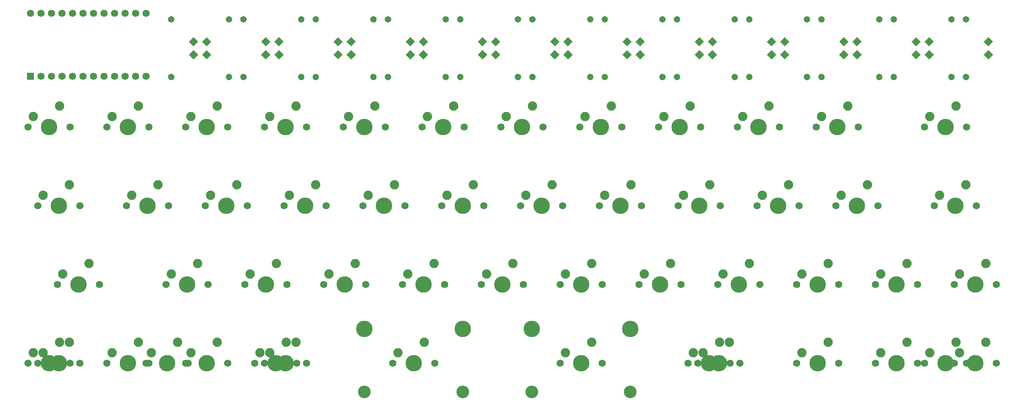
<source format=gbs>
G04 #@! TF.GenerationSoftware,KiCad,Pcbnew,5.1.7*
G04 #@! TF.CreationDate,2020-11-29T13:06:50+02:00*
G04 #@! TF.ProjectId,PM THT Van,504d2054-4854-4205-9661-6e2e6b696361,rev?*
G04 #@! TF.SameCoordinates,Original*
G04 #@! TF.FileFunction,Soldermask,Bot*
G04 #@! TF.FilePolarity,Negative*
%FSLAX46Y46*%
G04 Gerber Fmt 4.6, Leading zero omitted, Abs format (unit mm)*
G04 Created by KiCad (PCBNEW 5.1.7) date 2020-11-29 13:06:50*
%MOMM*%
%LPD*%
G01*
G04 APERTURE LIST*
%ADD10C,2.250000*%
%ADD11C,3.987800*%
%ADD12C,1.750000*%
%ADD13C,3.048000*%
%ADD14C,0.100000*%
%ADD15C,1.752600*%
%ADD16R,1.752600X1.752600*%
G04 APERTURE END LIST*
D10*
G04 #@! TO.C,SW19*
X139065000Y-125095000D03*
D11*
X136525000Y-130175000D03*
D10*
X132715000Y-127635000D03*
D12*
X131445000Y-130175000D03*
X141605000Y-130175000D03*
D13*
X124618750Y-137160000D03*
X148431250Y-137160000D03*
D11*
X124618750Y-121920000D03*
X148431250Y-121920000D03*
G04 #@! TD*
D10*
G04 #@! TO.C,SW26*
X179546000Y-125095000D03*
D11*
X177006000Y-130175000D03*
D10*
X173196000Y-127635000D03*
D12*
X171926000Y-130175000D03*
X182086000Y-130175000D03*
D13*
X165099750Y-137160000D03*
X188912250Y-137160000D03*
D11*
X165099750Y-121920000D03*
X188912250Y-121920000D03*
G04 #@! TD*
D10*
G04 #@! TO.C,SW46*
X267652000Y-67945000D03*
D11*
X265112000Y-73025000D03*
D10*
X261302000Y-70485000D03*
D12*
X260032000Y-73025000D03*
X270192000Y-73025000D03*
G04 #@! TD*
D10*
G04 #@! TO.C,SW40*
X267652000Y-125095000D03*
D11*
X265112000Y-130175000D03*
D10*
X261302000Y-127635000D03*
D12*
X260032000Y-130175000D03*
X270192000Y-130175000D03*
G04 #@! TD*
D10*
G04 #@! TO.C,SW3*
X58102500Y-106045000D03*
D11*
X55562500Y-111125000D03*
D10*
X51752500Y-108585000D03*
D12*
X50482500Y-111125000D03*
X60642500Y-111125000D03*
G04 #@! TD*
D10*
G04 #@! TO.C,SW47*
X270034000Y-86995000D03*
D11*
X267494000Y-92075000D03*
D10*
X263684000Y-89535000D03*
D12*
X262414000Y-92075000D03*
X272574000Y-92075000D03*
G04 #@! TD*
D10*
G04 #@! TO.C,SW35*
X236696000Y-125095000D03*
D11*
X234156000Y-130175000D03*
D10*
X230346000Y-127635000D03*
D12*
X229076000Y-130175000D03*
X239236000Y-130175000D03*
G04 #@! TD*
D10*
G04 #@! TO.C,SW31*
X212884000Y-125095000D03*
D11*
X210344000Y-130175000D03*
D10*
X206534000Y-127635000D03*
D12*
X205264000Y-130175000D03*
X215424000Y-130175000D03*
G04 #@! TD*
D10*
G04 #@! TO.C,SW8*
X79533800Y-125095000D03*
D11*
X76993800Y-130175000D03*
D10*
X73183800Y-127635000D03*
D12*
X71913800Y-130175000D03*
X82073800Y-130175000D03*
G04 #@! TD*
D10*
G04 #@! TO.C,SW30*
X210502000Y-125095000D03*
D11*
X207962000Y-130175000D03*
D10*
X204152000Y-127635000D03*
D12*
X202882000Y-130175000D03*
X213042000Y-130175000D03*
G04 #@! TD*
D10*
G04 #@! TO.C,SW12*
X105728000Y-125095000D03*
D11*
X103188000Y-130175000D03*
D10*
X99378000Y-127635000D03*
D12*
X98108000Y-130175000D03*
X108268000Y-130175000D03*
G04 #@! TD*
D10*
G04 #@! TO.C,SW4*
X53340000Y-125095000D03*
D11*
X50800000Y-130175000D03*
D10*
X46990000Y-127635000D03*
D12*
X45720000Y-130175000D03*
X55880000Y-130175000D03*
G04 #@! TD*
D10*
G04 #@! TO.C,SW2*
X53340000Y-86995000D03*
D11*
X50800000Y-92075000D03*
D10*
X46990000Y-89535000D03*
D12*
X45720000Y-92075000D03*
X55880000Y-92075000D03*
G04 #@! TD*
D10*
G04 #@! TO.C,SW53*
X108109000Y-125095000D03*
D11*
X105569000Y-130175000D03*
D10*
X101759000Y-127635000D03*
D12*
X100489000Y-130175000D03*
X110649000Y-130175000D03*
G04 #@! TD*
D10*
G04 #@! TO.C,SW52*
X89058800Y-125095000D03*
D11*
X86518800Y-130175000D03*
D10*
X82708800Y-127635000D03*
D12*
X81438800Y-130175000D03*
X91598800Y-130175000D03*
G04 #@! TD*
D10*
G04 #@! TO.C,SW51*
X70008800Y-125095000D03*
D11*
X67468800Y-130175000D03*
D10*
X63658800Y-127635000D03*
D12*
X62388800Y-130175000D03*
X72548800Y-130175000D03*
G04 #@! TD*
D10*
G04 #@! TO.C,SW50*
X50958800Y-125095000D03*
D11*
X48418800Y-130175000D03*
D10*
X44608800Y-127635000D03*
D12*
X43338800Y-130175000D03*
X53498800Y-130175000D03*
G04 #@! TD*
D10*
G04 #@! TO.C,SW48*
X274796000Y-106045000D03*
D11*
X272256000Y-111125000D03*
D10*
X268446000Y-108585000D03*
D12*
X267176000Y-111125000D03*
X277336000Y-111125000D03*
G04 #@! TD*
D10*
G04 #@! TO.C,SW45*
X241459000Y-67945000D03*
D11*
X238919000Y-73025000D03*
D10*
X235109000Y-70485000D03*
D12*
X233839000Y-73025000D03*
X243999000Y-73025000D03*
G04 #@! TD*
D10*
G04 #@! TO.C,SW44*
X274796000Y-125095000D03*
D11*
X272256000Y-130175000D03*
D10*
X268446000Y-127635000D03*
D12*
X267176000Y-130175000D03*
X277336000Y-130175000D03*
G04 #@! TD*
D10*
G04 #@! TO.C,SW43*
X255746000Y-106045000D03*
D11*
X253206000Y-111125000D03*
D10*
X249396000Y-108585000D03*
D12*
X248126000Y-111125000D03*
X258286000Y-111125000D03*
G04 #@! TD*
D10*
G04 #@! TO.C,SW42*
X246221000Y-86995000D03*
D11*
X243681000Y-92075000D03*
D10*
X239871000Y-89535000D03*
D12*
X238601000Y-92075000D03*
X248761000Y-92075000D03*
G04 #@! TD*
D10*
G04 #@! TO.C,SW41*
X255746000Y-125095000D03*
D11*
X253206000Y-130175000D03*
D10*
X249396000Y-127635000D03*
D12*
X248126000Y-130175000D03*
X258286000Y-130175000D03*
G04 #@! TD*
D10*
G04 #@! TO.C,SW39*
X236696000Y-106045000D03*
D11*
X234156000Y-111125000D03*
D10*
X230346000Y-108585000D03*
D12*
X229076000Y-111125000D03*
X239236000Y-111125000D03*
G04 #@! TD*
D10*
G04 #@! TO.C,SW38*
X227171000Y-86995000D03*
D11*
X224631000Y-92075000D03*
D10*
X220821000Y-89535000D03*
D12*
X219551000Y-92075000D03*
X229711000Y-92075000D03*
G04 #@! TD*
D10*
G04 #@! TO.C,SW37*
X222409000Y-67945000D03*
D11*
X219869000Y-73025000D03*
D10*
X216059000Y-70485000D03*
D12*
X214789000Y-73025000D03*
X224949000Y-73025000D03*
G04 #@! TD*
D10*
G04 #@! TO.C,SW36*
X236696000Y-125095000D03*
D11*
X234156000Y-130175000D03*
D10*
X230346000Y-127635000D03*
D12*
X229076000Y-130175000D03*
X239236000Y-130175000D03*
G04 #@! TD*
D10*
G04 #@! TO.C,SW34*
X217646000Y-106045000D03*
D11*
X215106000Y-111125000D03*
D10*
X211296000Y-108585000D03*
D12*
X210026000Y-111125000D03*
X220186000Y-111125000D03*
G04 #@! TD*
D10*
G04 #@! TO.C,SW33*
X208121000Y-86995000D03*
D11*
X205581000Y-92075000D03*
D10*
X201771000Y-89535000D03*
D12*
X200501000Y-92075000D03*
X210661000Y-92075000D03*
G04 #@! TD*
D10*
G04 #@! TO.C,SW32*
X203359000Y-67945000D03*
D11*
X200819000Y-73025000D03*
D10*
X197009000Y-70485000D03*
D12*
X195739000Y-73025000D03*
X205899000Y-73025000D03*
G04 #@! TD*
D10*
G04 #@! TO.C,SW29*
X198596000Y-106045000D03*
D11*
X196056000Y-111125000D03*
D10*
X192246000Y-108585000D03*
D12*
X190976000Y-111125000D03*
X201136000Y-111125000D03*
G04 #@! TD*
D10*
G04 #@! TO.C,SW28*
X189071000Y-86995000D03*
D11*
X186531000Y-92075000D03*
D10*
X182721000Y-89535000D03*
D12*
X181451000Y-92075000D03*
X191611000Y-92075000D03*
G04 #@! TD*
D10*
G04 #@! TO.C,SW27*
X184309000Y-67945000D03*
D11*
X181769000Y-73025000D03*
D10*
X177959000Y-70485000D03*
D12*
X176689000Y-73025000D03*
X186849000Y-73025000D03*
G04 #@! TD*
D10*
G04 #@! TO.C,SW25*
X179546000Y-106045000D03*
D11*
X177006000Y-111125000D03*
D10*
X173196000Y-108585000D03*
D12*
X171926000Y-111125000D03*
X182086000Y-111125000D03*
G04 #@! TD*
D10*
G04 #@! TO.C,SW24*
X170021000Y-86995000D03*
D11*
X167481000Y-92075000D03*
D10*
X163671000Y-89535000D03*
D12*
X162401000Y-92075000D03*
X172561000Y-92075000D03*
G04 #@! TD*
D10*
G04 #@! TO.C,SW23*
X165259000Y-67945000D03*
D11*
X162719000Y-73025000D03*
D10*
X158909000Y-70485000D03*
D12*
X157639000Y-73025000D03*
X167799000Y-73025000D03*
G04 #@! TD*
D10*
G04 #@! TO.C,SW22*
X160496000Y-106045000D03*
D11*
X157956000Y-111125000D03*
D10*
X154146000Y-108585000D03*
D12*
X152876000Y-111125000D03*
X163036000Y-111125000D03*
G04 #@! TD*
D10*
G04 #@! TO.C,SW21*
X150971000Y-86995000D03*
D11*
X148431000Y-92075000D03*
D10*
X144621000Y-89535000D03*
D12*
X143351000Y-92075000D03*
X153511000Y-92075000D03*
G04 #@! TD*
D10*
G04 #@! TO.C,SW20*
X146209000Y-67945000D03*
D11*
X143669000Y-73025000D03*
D10*
X139859000Y-70485000D03*
D12*
X138589000Y-73025000D03*
X148749000Y-73025000D03*
G04 #@! TD*
D10*
G04 #@! TO.C,SW18*
X141446000Y-106045000D03*
D11*
X138906000Y-111125000D03*
D10*
X135096000Y-108585000D03*
D12*
X133826000Y-111125000D03*
X143986000Y-111125000D03*
G04 #@! TD*
D10*
G04 #@! TO.C,SW17*
X131921000Y-86995000D03*
D11*
X129381000Y-92075000D03*
D10*
X125571000Y-89535000D03*
D12*
X124301000Y-92075000D03*
X134461000Y-92075000D03*
G04 #@! TD*
D10*
G04 #@! TO.C,SW16*
X127159000Y-67945000D03*
D11*
X124619000Y-73025000D03*
D10*
X120809000Y-70485000D03*
D12*
X119539000Y-73025000D03*
X129699000Y-73025000D03*
G04 #@! TD*
D10*
G04 #@! TO.C,SW15*
X122396000Y-106045000D03*
D11*
X119856000Y-111125000D03*
D10*
X116046000Y-108585000D03*
D12*
X114776000Y-111125000D03*
X124936000Y-111125000D03*
G04 #@! TD*
D10*
G04 #@! TO.C,SW14*
X112871000Y-86995000D03*
D11*
X110331000Y-92075000D03*
D10*
X106521000Y-89535000D03*
D12*
X105251000Y-92075000D03*
X115411000Y-92075000D03*
G04 #@! TD*
D10*
G04 #@! TO.C,SW13*
X108109000Y-67945000D03*
D11*
X105569000Y-73025000D03*
D10*
X101759000Y-70485000D03*
D12*
X100489000Y-73025000D03*
X110649000Y-73025000D03*
G04 #@! TD*
D10*
G04 #@! TO.C,SW11*
X103346000Y-106045000D03*
D11*
X100806000Y-111125000D03*
D10*
X96996000Y-108585000D03*
D12*
X95726000Y-111125000D03*
X105886000Y-111125000D03*
G04 #@! TD*
D10*
G04 #@! TO.C,SW10*
X93821200Y-86995000D03*
D11*
X91281200Y-92075000D03*
D10*
X87471200Y-89535000D03*
D12*
X86201200Y-92075000D03*
X96361200Y-92075000D03*
G04 #@! TD*
D10*
G04 #@! TO.C,SW9*
X89058800Y-67945000D03*
D11*
X86518800Y-73025000D03*
D10*
X82708800Y-70485000D03*
D12*
X81438800Y-73025000D03*
X91598800Y-73025000D03*
G04 #@! TD*
D10*
G04 #@! TO.C,SW7*
X84296200Y-106045000D03*
D11*
X81756200Y-111125000D03*
D10*
X77946200Y-108585000D03*
D12*
X76676200Y-111125000D03*
X86836200Y-111125000D03*
G04 #@! TD*
D10*
G04 #@! TO.C,SW6*
X74771200Y-86995000D03*
D11*
X72231200Y-92075000D03*
D10*
X68421200Y-89535000D03*
D12*
X67151200Y-92075000D03*
X77311200Y-92075000D03*
G04 #@! TD*
D10*
G04 #@! TO.C,SW5*
X70008800Y-67945000D03*
D11*
X67468800Y-73025000D03*
D10*
X63658800Y-70485000D03*
D12*
X62388800Y-73025000D03*
X72548800Y-73025000D03*
G04 #@! TD*
D10*
G04 #@! TO.C,SW1*
X50958800Y-67945000D03*
D11*
X48418800Y-73025000D03*
D10*
X44608800Y-70485000D03*
D12*
X43338800Y-73025000D03*
X53498800Y-73025000D03*
G04 #@! TD*
G04 #@! TO.C,D46*
G36*
G01*
X270608531Y-47565031D02*
X270608531Y-47565031D01*
G75*
G02*
X269477161Y-47565031I-565685J565685D01*
G01*
X269477161Y-47565031D01*
G75*
G02*
X269477161Y-46433661I565685J565685D01*
G01*
X269477161Y-46433661D01*
G75*
G02*
X270608531Y-46433661I565685J-565685D01*
G01*
X270608531Y-46433661D01*
G75*
G02*
X270608531Y-47565031I-565685J-565685D01*
G01*
G37*
D14*
G36*
X276562371Y-52387500D02*
G01*
X275431000Y-53518871D01*
X274299629Y-52387500D01*
X275431000Y-51256129D01*
X276562371Y-52387500D01*
G37*
G04 #@! TD*
D15*
G04 #@! TO.C,U1*
X43973800Y-45561200D03*
X71913800Y-60801200D03*
X46513800Y-45561200D03*
X49053800Y-45561200D03*
X51593800Y-45561200D03*
X54133800Y-45561200D03*
X56673800Y-45561200D03*
X59213800Y-45561200D03*
X61753800Y-45561200D03*
X64293800Y-45561200D03*
X66833800Y-45561200D03*
X69373800Y-45561200D03*
X71913800Y-45561200D03*
X69373800Y-60801200D03*
X66833800Y-60801200D03*
X64293800Y-60801200D03*
X61753800Y-60801200D03*
X59213800Y-60801200D03*
X56673800Y-60801200D03*
X54133800Y-60801200D03*
X51593800Y-60801200D03*
X49053800Y-60801200D03*
X46513800Y-60801200D03*
D16*
X43973800Y-60801200D03*
G04 #@! TD*
G04 #@! TO.C,D45*
G36*
G01*
X270608531Y-60384969D02*
X270608531Y-60384969D01*
G75*
G02*
X270608531Y-61516339I-565685J-565685D01*
G01*
X270608531Y-61516339D01*
G75*
G02*
X269477161Y-61516339I-565685J565685D01*
G01*
X269477161Y-61516339D01*
G75*
G02*
X269477161Y-60384969I565685J565685D01*
G01*
X269477161Y-60384969D01*
G75*
G02*
X270608531Y-60384969I565685J-565685D01*
G01*
G37*
D14*
G36*
X275431000Y-54431129D02*
G01*
X276562371Y-55562500D01*
X275431000Y-56693871D01*
X274299629Y-55562500D01*
X275431000Y-54431129D01*
G37*
G04 #@! TD*
G04 #@! TO.C,D44*
G36*
G01*
X265966469Y-47565031D02*
X265966469Y-47565031D01*
G75*
G02*
X265966469Y-46433661I565685J565685D01*
G01*
X265966469Y-46433661D01*
G75*
G02*
X267097839Y-46433661I565685J-565685D01*
G01*
X267097839Y-46433661D01*
G75*
G02*
X267097839Y-47565031I-565685J-565685D01*
G01*
X267097839Y-47565031D01*
G75*
G02*
X265966469Y-47565031I-565685J565685D01*
G01*
G37*
G36*
X261144000Y-53518871D02*
G01*
X260012629Y-52387500D01*
X261144000Y-51256129D01*
X262275371Y-52387500D01*
X261144000Y-53518871D01*
G37*
G04 #@! TD*
G04 #@! TO.C,D43*
G36*
G01*
X253146531Y-60384969D02*
X253146531Y-60384969D01*
G75*
G02*
X253146531Y-61516339I-565685J-565685D01*
G01*
X253146531Y-61516339D01*
G75*
G02*
X252015161Y-61516339I-565685J565685D01*
G01*
X252015161Y-61516339D01*
G75*
G02*
X252015161Y-60384969I565685J565685D01*
G01*
X252015161Y-60384969D01*
G75*
G02*
X253146531Y-60384969I565685J-565685D01*
G01*
G37*
G36*
X257969000Y-54431129D02*
G01*
X259100371Y-55562500D01*
X257969000Y-56693871D01*
X256837629Y-55562500D01*
X257969000Y-54431129D01*
G37*
G04 #@! TD*
G04 #@! TO.C,D42*
G36*
G01*
X265966469Y-60384969D02*
X265966469Y-60384969D01*
G75*
G02*
X267097839Y-60384969I565685J-565685D01*
G01*
X267097839Y-60384969D01*
G75*
G02*
X267097839Y-61516339I-565685J-565685D01*
G01*
X267097839Y-61516339D01*
G75*
G02*
X265966469Y-61516339I-565685J565685D01*
G01*
X265966469Y-61516339D01*
G75*
G02*
X265966469Y-60384969I565685J565685D01*
G01*
G37*
G36*
X260012629Y-55562500D02*
G01*
X261144000Y-54431129D01*
X262275371Y-55562500D01*
X261144000Y-56693871D01*
X260012629Y-55562500D01*
G37*
G04 #@! TD*
G04 #@! TO.C,D41*
G36*
G01*
X253146531Y-47565031D02*
X253146531Y-47565031D01*
G75*
G02*
X252015161Y-47565031I-565685J565685D01*
G01*
X252015161Y-47565031D01*
G75*
G02*
X252015161Y-46433661I565685J565685D01*
G01*
X252015161Y-46433661D01*
G75*
G02*
X253146531Y-46433661I565685J-565685D01*
G01*
X253146531Y-46433661D01*
G75*
G02*
X253146531Y-47565031I-565685J-565685D01*
G01*
G37*
G36*
X259100371Y-52387500D02*
G01*
X257969000Y-53518871D01*
X256837629Y-52387500D01*
X257969000Y-51256129D01*
X259100371Y-52387500D01*
G37*
G04 #@! TD*
G04 #@! TO.C,D40*
G36*
G01*
X248503469Y-47565031D02*
X248503469Y-47565031D01*
G75*
G02*
X248503469Y-46433661I565685J565685D01*
G01*
X248503469Y-46433661D01*
G75*
G02*
X249634839Y-46433661I565685J-565685D01*
G01*
X249634839Y-46433661D01*
G75*
G02*
X249634839Y-47565031I-565685J-565685D01*
G01*
X249634839Y-47565031D01*
G75*
G02*
X248503469Y-47565031I-565685J565685D01*
G01*
G37*
G36*
X243681000Y-53518871D02*
G01*
X242549629Y-52387500D01*
X243681000Y-51256129D01*
X244812371Y-52387500D01*
X243681000Y-53518871D01*
G37*
G04 #@! TD*
G04 #@! TO.C,D39*
G36*
G01*
X235683531Y-60384969D02*
X235683531Y-60384969D01*
G75*
G02*
X235683531Y-61516339I-565685J-565685D01*
G01*
X235683531Y-61516339D01*
G75*
G02*
X234552161Y-61516339I-565685J565685D01*
G01*
X234552161Y-61516339D01*
G75*
G02*
X234552161Y-60384969I565685J565685D01*
G01*
X234552161Y-60384969D01*
G75*
G02*
X235683531Y-60384969I565685J-565685D01*
G01*
G37*
G36*
X240506000Y-54431129D02*
G01*
X241637371Y-55562500D01*
X240506000Y-56693871D01*
X239374629Y-55562500D01*
X240506000Y-54431129D01*
G37*
G04 #@! TD*
G04 #@! TO.C,D38*
G36*
G01*
X248503469Y-60384969D02*
X248503469Y-60384969D01*
G75*
G02*
X249634839Y-60384969I565685J-565685D01*
G01*
X249634839Y-60384969D01*
G75*
G02*
X249634839Y-61516339I-565685J-565685D01*
G01*
X249634839Y-61516339D01*
G75*
G02*
X248503469Y-61516339I-565685J565685D01*
G01*
X248503469Y-61516339D01*
G75*
G02*
X248503469Y-60384969I565685J565685D01*
G01*
G37*
G36*
X242549629Y-55562500D02*
G01*
X243681000Y-54431129D01*
X244812371Y-55562500D01*
X243681000Y-56693871D01*
X242549629Y-55562500D01*
G37*
G04 #@! TD*
G04 #@! TO.C,D37*
G36*
G01*
X235683531Y-47565031D02*
X235683531Y-47565031D01*
G75*
G02*
X234552161Y-47565031I-565685J565685D01*
G01*
X234552161Y-47565031D01*
G75*
G02*
X234552161Y-46433661I565685J565685D01*
G01*
X234552161Y-46433661D01*
G75*
G02*
X235683531Y-46433661I565685J-565685D01*
G01*
X235683531Y-46433661D01*
G75*
G02*
X235683531Y-47565031I-565685J-565685D01*
G01*
G37*
G36*
X241637371Y-52387500D02*
G01*
X240506000Y-53518871D01*
X239374629Y-52387500D01*
X240506000Y-51256129D01*
X241637371Y-52387500D01*
G37*
G04 #@! TD*
G04 #@! TO.C,D36*
G36*
G01*
X231041469Y-47565031D02*
X231041469Y-47565031D01*
G75*
G02*
X231041469Y-46433661I565685J565685D01*
G01*
X231041469Y-46433661D01*
G75*
G02*
X232172839Y-46433661I565685J-565685D01*
G01*
X232172839Y-46433661D01*
G75*
G02*
X232172839Y-47565031I-565685J-565685D01*
G01*
X232172839Y-47565031D01*
G75*
G02*
X231041469Y-47565031I-565685J565685D01*
G01*
G37*
G36*
X226219000Y-53518871D02*
G01*
X225087629Y-52387500D01*
X226219000Y-51256129D01*
X227350371Y-52387500D01*
X226219000Y-53518871D01*
G37*
G04 #@! TD*
G04 #@! TO.C,D35*
G36*
G01*
X218221531Y-60384969D02*
X218221531Y-60384969D01*
G75*
G02*
X218221531Y-61516339I-565685J-565685D01*
G01*
X218221531Y-61516339D01*
G75*
G02*
X217090161Y-61516339I-565685J565685D01*
G01*
X217090161Y-61516339D01*
G75*
G02*
X217090161Y-60384969I565685J565685D01*
G01*
X217090161Y-60384969D01*
G75*
G02*
X218221531Y-60384969I565685J-565685D01*
G01*
G37*
G36*
X223044000Y-54431129D02*
G01*
X224175371Y-55562500D01*
X223044000Y-56693871D01*
X221912629Y-55562500D01*
X223044000Y-54431129D01*
G37*
G04 #@! TD*
G04 #@! TO.C,D34*
G36*
G01*
X231041469Y-60384969D02*
X231041469Y-60384969D01*
G75*
G02*
X232172839Y-60384969I565685J-565685D01*
G01*
X232172839Y-60384969D01*
G75*
G02*
X232172839Y-61516339I-565685J-565685D01*
G01*
X232172839Y-61516339D01*
G75*
G02*
X231041469Y-61516339I-565685J565685D01*
G01*
X231041469Y-61516339D01*
G75*
G02*
X231041469Y-60384969I565685J565685D01*
G01*
G37*
G36*
X225087629Y-55562500D02*
G01*
X226219000Y-54431129D01*
X227350371Y-55562500D01*
X226219000Y-56693871D01*
X225087629Y-55562500D01*
G37*
G04 #@! TD*
G04 #@! TO.C,D33*
G36*
G01*
X218221531Y-47565031D02*
X218221531Y-47565031D01*
G75*
G02*
X217090161Y-47565031I-565685J565685D01*
G01*
X217090161Y-47565031D01*
G75*
G02*
X217090161Y-46433661I565685J565685D01*
G01*
X217090161Y-46433661D01*
G75*
G02*
X218221531Y-46433661I565685J-565685D01*
G01*
X218221531Y-46433661D01*
G75*
G02*
X218221531Y-47565031I-565685J-565685D01*
G01*
G37*
G36*
X224175371Y-52387500D02*
G01*
X223044000Y-53518871D01*
X221912629Y-52387500D01*
X223044000Y-51256129D01*
X224175371Y-52387500D01*
G37*
G04 #@! TD*
G04 #@! TO.C,D32*
G36*
G01*
X213578469Y-47565031D02*
X213578469Y-47565031D01*
G75*
G02*
X213578469Y-46433661I565685J565685D01*
G01*
X213578469Y-46433661D01*
G75*
G02*
X214709839Y-46433661I565685J-565685D01*
G01*
X214709839Y-46433661D01*
G75*
G02*
X214709839Y-47565031I-565685J-565685D01*
G01*
X214709839Y-47565031D01*
G75*
G02*
X213578469Y-47565031I-565685J565685D01*
G01*
G37*
G36*
X208756000Y-53518871D02*
G01*
X207624629Y-52387500D01*
X208756000Y-51256129D01*
X209887371Y-52387500D01*
X208756000Y-53518871D01*
G37*
G04 #@! TD*
G04 #@! TO.C,D31*
G36*
G01*
X200758531Y-60384969D02*
X200758531Y-60384969D01*
G75*
G02*
X200758531Y-61516339I-565685J-565685D01*
G01*
X200758531Y-61516339D01*
G75*
G02*
X199627161Y-61516339I-565685J565685D01*
G01*
X199627161Y-61516339D01*
G75*
G02*
X199627161Y-60384969I565685J565685D01*
G01*
X199627161Y-60384969D01*
G75*
G02*
X200758531Y-60384969I565685J-565685D01*
G01*
G37*
G36*
X205581000Y-54431129D02*
G01*
X206712371Y-55562500D01*
X205581000Y-56693871D01*
X204449629Y-55562500D01*
X205581000Y-54431129D01*
G37*
G04 #@! TD*
G04 #@! TO.C,D30*
G36*
G01*
X213578469Y-60384969D02*
X213578469Y-60384969D01*
G75*
G02*
X214709839Y-60384969I565685J-565685D01*
G01*
X214709839Y-60384969D01*
G75*
G02*
X214709839Y-61516339I-565685J-565685D01*
G01*
X214709839Y-61516339D01*
G75*
G02*
X213578469Y-61516339I-565685J565685D01*
G01*
X213578469Y-61516339D01*
G75*
G02*
X213578469Y-60384969I565685J565685D01*
G01*
G37*
G36*
X207624629Y-55562500D02*
G01*
X208756000Y-54431129D01*
X209887371Y-55562500D01*
X208756000Y-56693871D01*
X207624629Y-55562500D01*
G37*
G04 #@! TD*
G04 #@! TO.C,D29*
G36*
G01*
X200758531Y-47565031D02*
X200758531Y-47565031D01*
G75*
G02*
X199627161Y-47565031I-565685J565685D01*
G01*
X199627161Y-47565031D01*
G75*
G02*
X199627161Y-46433661I565685J565685D01*
G01*
X199627161Y-46433661D01*
G75*
G02*
X200758531Y-46433661I565685J-565685D01*
G01*
X200758531Y-46433661D01*
G75*
G02*
X200758531Y-47565031I-565685J-565685D01*
G01*
G37*
G36*
X206712371Y-52387500D02*
G01*
X205581000Y-53518871D01*
X204449629Y-52387500D01*
X205581000Y-51256129D01*
X206712371Y-52387500D01*
G37*
G04 #@! TD*
G04 #@! TO.C,D28*
G36*
G01*
X196116469Y-47565031D02*
X196116469Y-47565031D01*
G75*
G02*
X196116469Y-46433661I565685J565685D01*
G01*
X196116469Y-46433661D01*
G75*
G02*
X197247839Y-46433661I565685J-565685D01*
G01*
X197247839Y-46433661D01*
G75*
G02*
X197247839Y-47565031I-565685J-565685D01*
G01*
X197247839Y-47565031D01*
G75*
G02*
X196116469Y-47565031I-565685J565685D01*
G01*
G37*
G36*
X191294000Y-53518871D02*
G01*
X190162629Y-52387500D01*
X191294000Y-51256129D01*
X192425371Y-52387500D01*
X191294000Y-53518871D01*
G37*
G04 #@! TD*
G04 #@! TO.C,D27*
G36*
G01*
X183296531Y-60384969D02*
X183296531Y-60384969D01*
G75*
G02*
X183296531Y-61516339I-565685J-565685D01*
G01*
X183296531Y-61516339D01*
G75*
G02*
X182165161Y-61516339I-565685J565685D01*
G01*
X182165161Y-61516339D01*
G75*
G02*
X182165161Y-60384969I565685J565685D01*
G01*
X182165161Y-60384969D01*
G75*
G02*
X183296531Y-60384969I565685J-565685D01*
G01*
G37*
G36*
X188119000Y-54431129D02*
G01*
X189250371Y-55562500D01*
X188119000Y-56693871D01*
X186987629Y-55562500D01*
X188119000Y-54431129D01*
G37*
G04 #@! TD*
G04 #@! TO.C,D26*
G36*
G01*
X196116469Y-60384969D02*
X196116469Y-60384969D01*
G75*
G02*
X197247839Y-60384969I565685J-565685D01*
G01*
X197247839Y-60384969D01*
G75*
G02*
X197247839Y-61516339I-565685J-565685D01*
G01*
X197247839Y-61516339D01*
G75*
G02*
X196116469Y-61516339I-565685J565685D01*
G01*
X196116469Y-61516339D01*
G75*
G02*
X196116469Y-60384969I565685J565685D01*
G01*
G37*
G36*
X190162629Y-55562500D02*
G01*
X191294000Y-54431129D01*
X192425371Y-55562500D01*
X191294000Y-56693871D01*
X190162629Y-55562500D01*
G37*
G04 #@! TD*
G04 #@! TO.C,D25*
G36*
G01*
X183296531Y-47565031D02*
X183296531Y-47565031D01*
G75*
G02*
X182165161Y-47565031I-565685J565685D01*
G01*
X182165161Y-47565031D01*
G75*
G02*
X182165161Y-46433661I565685J565685D01*
G01*
X182165161Y-46433661D01*
G75*
G02*
X183296531Y-46433661I565685J-565685D01*
G01*
X183296531Y-46433661D01*
G75*
G02*
X183296531Y-47565031I-565685J-565685D01*
G01*
G37*
G36*
X189250371Y-52387500D02*
G01*
X188119000Y-53518871D01*
X186987629Y-52387500D01*
X188119000Y-51256129D01*
X189250371Y-52387500D01*
G37*
G04 #@! TD*
G04 #@! TO.C,D24*
G36*
G01*
X178653469Y-47565031D02*
X178653469Y-47565031D01*
G75*
G02*
X178653469Y-46433661I565685J565685D01*
G01*
X178653469Y-46433661D01*
G75*
G02*
X179784839Y-46433661I565685J-565685D01*
G01*
X179784839Y-46433661D01*
G75*
G02*
X179784839Y-47565031I-565685J-565685D01*
G01*
X179784839Y-47565031D01*
G75*
G02*
X178653469Y-47565031I-565685J565685D01*
G01*
G37*
G36*
X173831000Y-53518871D02*
G01*
X172699629Y-52387500D01*
X173831000Y-51256129D01*
X174962371Y-52387500D01*
X173831000Y-53518871D01*
G37*
G04 #@! TD*
G04 #@! TO.C,D23*
G36*
G01*
X165833531Y-60384969D02*
X165833531Y-60384969D01*
G75*
G02*
X165833531Y-61516339I-565685J-565685D01*
G01*
X165833531Y-61516339D01*
G75*
G02*
X164702161Y-61516339I-565685J565685D01*
G01*
X164702161Y-61516339D01*
G75*
G02*
X164702161Y-60384969I565685J565685D01*
G01*
X164702161Y-60384969D01*
G75*
G02*
X165833531Y-60384969I565685J-565685D01*
G01*
G37*
G36*
X170656000Y-54431129D02*
G01*
X171787371Y-55562500D01*
X170656000Y-56693871D01*
X169524629Y-55562500D01*
X170656000Y-54431129D01*
G37*
G04 #@! TD*
G04 #@! TO.C,D22*
G36*
G01*
X178653469Y-60384969D02*
X178653469Y-60384969D01*
G75*
G02*
X179784839Y-60384969I565685J-565685D01*
G01*
X179784839Y-60384969D01*
G75*
G02*
X179784839Y-61516339I-565685J-565685D01*
G01*
X179784839Y-61516339D01*
G75*
G02*
X178653469Y-61516339I-565685J565685D01*
G01*
X178653469Y-61516339D01*
G75*
G02*
X178653469Y-60384969I565685J565685D01*
G01*
G37*
G36*
X172699629Y-55562500D02*
G01*
X173831000Y-54431129D01*
X174962371Y-55562500D01*
X173831000Y-56693871D01*
X172699629Y-55562500D01*
G37*
G04 #@! TD*
G04 #@! TO.C,D21*
G36*
G01*
X165833531Y-47565031D02*
X165833531Y-47565031D01*
G75*
G02*
X164702161Y-47565031I-565685J565685D01*
G01*
X164702161Y-47565031D01*
G75*
G02*
X164702161Y-46433661I565685J565685D01*
G01*
X164702161Y-46433661D01*
G75*
G02*
X165833531Y-46433661I565685J-565685D01*
G01*
X165833531Y-46433661D01*
G75*
G02*
X165833531Y-47565031I-565685J-565685D01*
G01*
G37*
G36*
X171787371Y-52387500D02*
G01*
X170656000Y-53518871D01*
X169524629Y-52387500D01*
X170656000Y-51256129D01*
X171787371Y-52387500D01*
G37*
G04 #@! TD*
G04 #@! TO.C,D20*
G36*
G01*
X161191469Y-47565031D02*
X161191469Y-47565031D01*
G75*
G02*
X161191469Y-46433661I565685J565685D01*
G01*
X161191469Y-46433661D01*
G75*
G02*
X162322839Y-46433661I565685J-565685D01*
G01*
X162322839Y-46433661D01*
G75*
G02*
X162322839Y-47565031I-565685J-565685D01*
G01*
X162322839Y-47565031D01*
G75*
G02*
X161191469Y-47565031I-565685J565685D01*
G01*
G37*
G36*
X156369000Y-53518871D02*
G01*
X155237629Y-52387500D01*
X156369000Y-51256129D01*
X157500371Y-52387500D01*
X156369000Y-53518871D01*
G37*
G04 #@! TD*
G04 #@! TO.C,D19*
G36*
G01*
X148371531Y-60384969D02*
X148371531Y-60384969D01*
G75*
G02*
X148371531Y-61516339I-565685J-565685D01*
G01*
X148371531Y-61516339D01*
G75*
G02*
X147240161Y-61516339I-565685J565685D01*
G01*
X147240161Y-61516339D01*
G75*
G02*
X147240161Y-60384969I565685J565685D01*
G01*
X147240161Y-60384969D01*
G75*
G02*
X148371531Y-60384969I565685J-565685D01*
G01*
G37*
G36*
X153194000Y-54431129D02*
G01*
X154325371Y-55562500D01*
X153194000Y-56693871D01*
X152062629Y-55562500D01*
X153194000Y-54431129D01*
G37*
G04 #@! TD*
G04 #@! TO.C,D18*
G36*
G01*
X161191469Y-60384969D02*
X161191469Y-60384969D01*
G75*
G02*
X162322839Y-60384969I565685J-565685D01*
G01*
X162322839Y-60384969D01*
G75*
G02*
X162322839Y-61516339I-565685J-565685D01*
G01*
X162322839Y-61516339D01*
G75*
G02*
X161191469Y-61516339I-565685J565685D01*
G01*
X161191469Y-61516339D01*
G75*
G02*
X161191469Y-60384969I565685J565685D01*
G01*
G37*
G36*
X155237629Y-55562500D02*
G01*
X156369000Y-54431129D01*
X157500371Y-55562500D01*
X156369000Y-56693871D01*
X155237629Y-55562500D01*
G37*
G04 #@! TD*
G04 #@! TO.C,D17*
G36*
G01*
X148371531Y-47565031D02*
X148371531Y-47565031D01*
G75*
G02*
X147240161Y-47565031I-565685J565685D01*
G01*
X147240161Y-47565031D01*
G75*
G02*
X147240161Y-46433661I565685J565685D01*
G01*
X147240161Y-46433661D01*
G75*
G02*
X148371531Y-46433661I565685J-565685D01*
G01*
X148371531Y-46433661D01*
G75*
G02*
X148371531Y-47565031I-565685J-565685D01*
G01*
G37*
G36*
X154325371Y-52387500D02*
G01*
X153194000Y-53518871D01*
X152062629Y-52387500D01*
X153194000Y-51256129D01*
X154325371Y-52387500D01*
G37*
G04 #@! TD*
G04 #@! TO.C,D16*
G36*
G01*
X143728469Y-47565031D02*
X143728469Y-47565031D01*
G75*
G02*
X143728469Y-46433661I565685J565685D01*
G01*
X143728469Y-46433661D01*
G75*
G02*
X144859839Y-46433661I565685J-565685D01*
G01*
X144859839Y-46433661D01*
G75*
G02*
X144859839Y-47565031I-565685J-565685D01*
G01*
X144859839Y-47565031D01*
G75*
G02*
X143728469Y-47565031I-565685J565685D01*
G01*
G37*
G36*
X138906000Y-53518871D02*
G01*
X137774629Y-52387500D01*
X138906000Y-51256129D01*
X140037371Y-52387500D01*
X138906000Y-53518871D01*
G37*
G04 #@! TD*
G04 #@! TO.C,D15*
G36*
G01*
X130908531Y-60384969D02*
X130908531Y-60384969D01*
G75*
G02*
X130908531Y-61516339I-565685J-565685D01*
G01*
X130908531Y-61516339D01*
G75*
G02*
X129777161Y-61516339I-565685J565685D01*
G01*
X129777161Y-61516339D01*
G75*
G02*
X129777161Y-60384969I565685J565685D01*
G01*
X129777161Y-60384969D01*
G75*
G02*
X130908531Y-60384969I565685J-565685D01*
G01*
G37*
G36*
X135731000Y-54431129D02*
G01*
X136862371Y-55562500D01*
X135731000Y-56693871D01*
X134599629Y-55562500D01*
X135731000Y-54431129D01*
G37*
G04 #@! TD*
G04 #@! TO.C,D14*
G36*
G01*
X143728469Y-60384969D02*
X143728469Y-60384969D01*
G75*
G02*
X144859839Y-60384969I565685J-565685D01*
G01*
X144859839Y-60384969D01*
G75*
G02*
X144859839Y-61516339I-565685J-565685D01*
G01*
X144859839Y-61516339D01*
G75*
G02*
X143728469Y-61516339I-565685J565685D01*
G01*
X143728469Y-61516339D01*
G75*
G02*
X143728469Y-60384969I565685J565685D01*
G01*
G37*
G36*
X137774629Y-55562500D02*
G01*
X138906000Y-54431129D01*
X140037371Y-55562500D01*
X138906000Y-56693871D01*
X137774629Y-55562500D01*
G37*
G04 #@! TD*
G04 #@! TO.C,D13*
G36*
G01*
X130908531Y-47565031D02*
X130908531Y-47565031D01*
G75*
G02*
X129777161Y-47565031I-565685J565685D01*
G01*
X129777161Y-47565031D01*
G75*
G02*
X129777161Y-46433661I565685J565685D01*
G01*
X129777161Y-46433661D01*
G75*
G02*
X130908531Y-46433661I565685J-565685D01*
G01*
X130908531Y-46433661D01*
G75*
G02*
X130908531Y-47565031I-565685J-565685D01*
G01*
G37*
G36*
X136862371Y-52387500D02*
G01*
X135731000Y-53518871D01*
X134599629Y-52387500D01*
X135731000Y-51256129D01*
X136862371Y-52387500D01*
G37*
G04 #@! TD*
G04 #@! TO.C,D12*
G36*
G01*
X126266469Y-47565031D02*
X126266469Y-47565031D01*
G75*
G02*
X126266469Y-46433661I565685J565685D01*
G01*
X126266469Y-46433661D01*
G75*
G02*
X127397839Y-46433661I565685J-565685D01*
G01*
X127397839Y-46433661D01*
G75*
G02*
X127397839Y-47565031I-565685J-565685D01*
G01*
X127397839Y-47565031D01*
G75*
G02*
X126266469Y-47565031I-565685J565685D01*
G01*
G37*
G36*
X121444000Y-53518871D02*
G01*
X120312629Y-52387500D01*
X121444000Y-51256129D01*
X122575371Y-52387500D01*
X121444000Y-53518871D01*
G37*
G04 #@! TD*
G04 #@! TO.C,D11*
G36*
G01*
X113446531Y-60384969D02*
X113446531Y-60384969D01*
G75*
G02*
X113446531Y-61516339I-565685J-565685D01*
G01*
X113446531Y-61516339D01*
G75*
G02*
X112315161Y-61516339I-565685J565685D01*
G01*
X112315161Y-61516339D01*
G75*
G02*
X112315161Y-60384969I565685J565685D01*
G01*
X112315161Y-60384969D01*
G75*
G02*
X113446531Y-60384969I565685J-565685D01*
G01*
G37*
G36*
X118269000Y-54431129D02*
G01*
X119400371Y-55562500D01*
X118269000Y-56693871D01*
X117137629Y-55562500D01*
X118269000Y-54431129D01*
G37*
G04 #@! TD*
G04 #@! TO.C,D10*
G36*
G01*
X126266469Y-60384969D02*
X126266469Y-60384969D01*
G75*
G02*
X127397839Y-60384969I565685J-565685D01*
G01*
X127397839Y-60384969D01*
G75*
G02*
X127397839Y-61516339I-565685J-565685D01*
G01*
X127397839Y-61516339D01*
G75*
G02*
X126266469Y-61516339I-565685J565685D01*
G01*
X126266469Y-61516339D01*
G75*
G02*
X126266469Y-60384969I565685J565685D01*
G01*
G37*
G36*
X120312629Y-55562500D02*
G01*
X121444000Y-54431129D01*
X122575371Y-55562500D01*
X121444000Y-56693871D01*
X120312629Y-55562500D01*
G37*
G04 #@! TD*
G04 #@! TO.C,D9*
G36*
G01*
X113446531Y-47565031D02*
X113446531Y-47565031D01*
G75*
G02*
X112315161Y-47565031I-565685J565685D01*
G01*
X112315161Y-47565031D01*
G75*
G02*
X112315161Y-46433661I565685J565685D01*
G01*
X112315161Y-46433661D01*
G75*
G02*
X113446531Y-46433661I565685J-565685D01*
G01*
X113446531Y-46433661D01*
G75*
G02*
X113446531Y-47565031I-565685J-565685D01*
G01*
G37*
G36*
X119400371Y-52387500D02*
G01*
X118269000Y-53518871D01*
X117137629Y-52387500D01*
X118269000Y-51256129D01*
X119400371Y-52387500D01*
G37*
G04 #@! TD*
G04 #@! TO.C,D8*
G36*
G01*
X108803469Y-47565031D02*
X108803469Y-47565031D01*
G75*
G02*
X108803469Y-46433661I565685J565685D01*
G01*
X108803469Y-46433661D01*
G75*
G02*
X109934839Y-46433661I565685J-565685D01*
G01*
X109934839Y-46433661D01*
G75*
G02*
X109934839Y-47565031I-565685J-565685D01*
G01*
X109934839Y-47565031D01*
G75*
G02*
X108803469Y-47565031I-565685J565685D01*
G01*
G37*
G36*
X103981000Y-53518871D02*
G01*
X102849629Y-52387500D01*
X103981000Y-51256129D01*
X105112371Y-52387500D01*
X103981000Y-53518871D01*
G37*
G04 #@! TD*
G04 #@! TO.C,D7*
G36*
G01*
X95983531Y-60384969D02*
X95983531Y-60384969D01*
G75*
G02*
X95983531Y-61516339I-565685J-565685D01*
G01*
X95983531Y-61516339D01*
G75*
G02*
X94852161Y-61516339I-565685J565685D01*
G01*
X94852161Y-61516339D01*
G75*
G02*
X94852161Y-60384969I565685J565685D01*
G01*
X94852161Y-60384969D01*
G75*
G02*
X95983531Y-60384969I565685J-565685D01*
G01*
G37*
G36*
X100806000Y-54431129D02*
G01*
X101937371Y-55562500D01*
X100806000Y-56693871D01*
X99674629Y-55562500D01*
X100806000Y-54431129D01*
G37*
G04 #@! TD*
G04 #@! TO.C,D6*
G36*
G01*
X108803469Y-60384969D02*
X108803469Y-60384969D01*
G75*
G02*
X109934839Y-60384969I565685J-565685D01*
G01*
X109934839Y-60384969D01*
G75*
G02*
X109934839Y-61516339I-565685J-565685D01*
G01*
X109934839Y-61516339D01*
G75*
G02*
X108803469Y-61516339I-565685J565685D01*
G01*
X108803469Y-61516339D01*
G75*
G02*
X108803469Y-60384969I565685J565685D01*
G01*
G37*
G36*
X102849629Y-55562500D02*
G01*
X103981000Y-54431129D01*
X105112371Y-55562500D01*
X103981000Y-56693871D01*
X102849629Y-55562500D01*
G37*
G04 #@! TD*
G04 #@! TO.C,D5*
G36*
G01*
X95983531Y-47565031D02*
X95983531Y-47565031D01*
G75*
G02*
X94852161Y-47565031I-565685J565685D01*
G01*
X94852161Y-47565031D01*
G75*
G02*
X94852161Y-46433661I565685J565685D01*
G01*
X94852161Y-46433661D01*
G75*
G02*
X95983531Y-46433661I565685J-565685D01*
G01*
X95983531Y-46433661D01*
G75*
G02*
X95983531Y-47565031I-565685J-565685D01*
G01*
G37*
G36*
X101937371Y-52387500D02*
G01*
X100806000Y-53518871D01*
X99674629Y-52387500D01*
X100806000Y-51256129D01*
X101937371Y-52387500D01*
G37*
G04 #@! TD*
G04 #@! TO.C,D4*
G36*
G01*
X91341269Y-47565031D02*
X91341269Y-47565031D01*
G75*
G02*
X91341269Y-46433661I565685J565685D01*
G01*
X91341269Y-46433661D01*
G75*
G02*
X92472639Y-46433661I565685J-565685D01*
G01*
X92472639Y-46433661D01*
G75*
G02*
X92472639Y-47565031I-565685J-565685D01*
G01*
X92472639Y-47565031D01*
G75*
G02*
X91341269Y-47565031I-565685J565685D01*
G01*
G37*
G36*
X86518800Y-53518871D02*
G01*
X85387429Y-52387500D01*
X86518800Y-51256129D01*
X87650171Y-52387500D01*
X86518800Y-53518871D01*
G37*
G04 #@! TD*
G04 #@! TO.C,D3*
G36*
G01*
X78521331Y-60384969D02*
X78521331Y-60384969D01*
G75*
G02*
X78521331Y-61516339I-565685J-565685D01*
G01*
X78521331Y-61516339D01*
G75*
G02*
X77389961Y-61516339I-565685J565685D01*
G01*
X77389961Y-61516339D01*
G75*
G02*
X77389961Y-60384969I565685J565685D01*
G01*
X77389961Y-60384969D01*
G75*
G02*
X78521331Y-60384969I565685J-565685D01*
G01*
G37*
G36*
X83343800Y-54431129D02*
G01*
X84475171Y-55562500D01*
X83343800Y-56693871D01*
X82212429Y-55562500D01*
X83343800Y-54431129D01*
G37*
G04 #@! TD*
G04 #@! TO.C,D2*
G36*
G01*
X91341269Y-60384969D02*
X91341269Y-60384969D01*
G75*
G02*
X92472639Y-60384969I565685J-565685D01*
G01*
X92472639Y-60384969D01*
G75*
G02*
X92472639Y-61516339I-565685J-565685D01*
G01*
X92472639Y-61516339D01*
G75*
G02*
X91341269Y-61516339I-565685J565685D01*
G01*
X91341269Y-61516339D01*
G75*
G02*
X91341269Y-60384969I565685J565685D01*
G01*
G37*
G36*
X85387429Y-55562500D02*
G01*
X86518800Y-54431129D01*
X87650171Y-55562500D01*
X86518800Y-56693871D01*
X85387429Y-55562500D01*
G37*
G04 #@! TD*
G04 #@! TO.C,D1*
G36*
G01*
X78521331Y-47565031D02*
X78521331Y-47565031D01*
G75*
G02*
X77389961Y-47565031I-565685J565685D01*
G01*
X77389961Y-47565031D01*
G75*
G02*
X77389961Y-46433661I565685J565685D01*
G01*
X77389961Y-46433661D01*
G75*
G02*
X78521331Y-46433661I565685J-565685D01*
G01*
X78521331Y-46433661D01*
G75*
G02*
X78521331Y-47565031I-565685J-565685D01*
G01*
G37*
G36*
X84475171Y-52387500D02*
G01*
X83343800Y-53518871D01*
X82212429Y-52387500D01*
X83343800Y-51256129D01*
X84475171Y-52387500D01*
G37*
G04 #@! TD*
M02*

</source>
